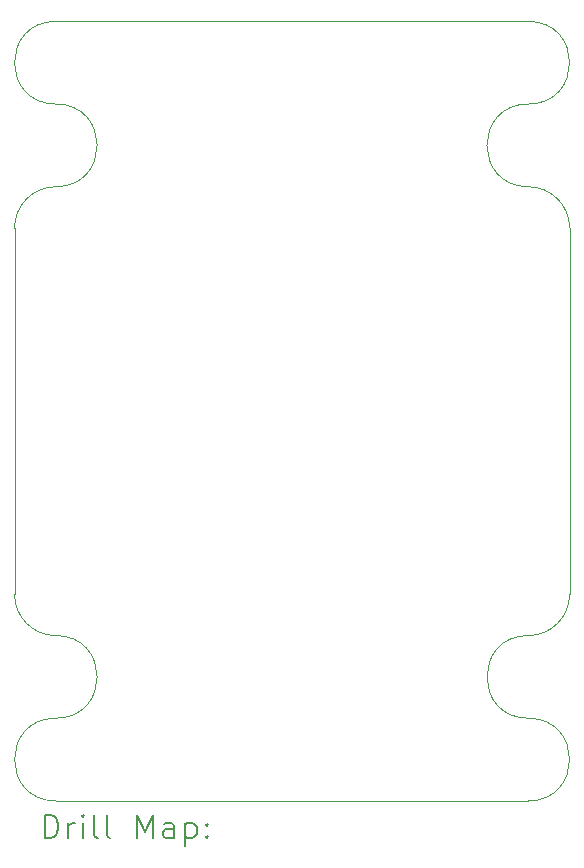
<source format=gbr>
%TF.GenerationSoftware,KiCad,Pcbnew,7.0.6*%
%TF.CreationDate,2024-05-29T18:09:39+12:00*%
%TF.ProjectId,flight_computer,666c6967-6874-45f6-936f-6d7075746572,rev?*%
%TF.SameCoordinates,Original*%
%TF.FileFunction,Drillmap*%
%TF.FilePolarity,Positive*%
%FSLAX45Y45*%
G04 Gerber Fmt 4.5, Leading zero omitted, Abs format (unit mm)*
G04 Created by KiCad (PCBNEW 7.0.6) date 2024-05-29 18:09:39*
%MOMM*%
%LPD*%
G01*
G04 APERTURE LIST*
%ADD10C,0.100000*%
%ADD11C,0.200000*%
G04 APERTURE END LIST*
D10*
X16965000Y-11646250D02*
X16965000Y-8546250D01*
X12615000Y-13396250D02*
X16615000Y-13396250D01*
X16965000Y-8546250D02*
G75*
G03*
X16615000Y-8196250I-350000J0D01*
G01*
X12615000Y-6796250D02*
G75*
G03*
X12615000Y-7496250I0J-350000D01*
G01*
X16615000Y-13396250D02*
G75*
G03*
X16615000Y-12696250I0J350000D01*
G01*
X12265000Y-11646250D02*
G75*
G03*
X12615000Y-11996250I350000J0D01*
G01*
X16615000Y-7496250D02*
G75*
G03*
X16615000Y-6796250I0J350000D01*
G01*
X12615000Y-12696250D02*
G75*
G03*
X12615000Y-13396250I0J-350000D01*
G01*
X12265000Y-8546250D02*
X12265000Y-11646250D01*
X16615000Y-11996250D02*
G75*
G03*
X16615000Y-12696250I0J-350000D01*
G01*
X12615000Y-8196250D02*
G75*
G03*
X12265000Y-8546250I0J-350000D01*
G01*
X16615000Y-7496250D02*
G75*
G03*
X16615000Y-8196250I0J-350000D01*
G01*
X12615000Y-12696250D02*
G75*
G03*
X12615000Y-11996250I0J350000D01*
G01*
X12615000Y-6796250D02*
X16615000Y-6796250D01*
X16615000Y-11996250D02*
G75*
G03*
X16965000Y-11646250I0J350000D01*
G01*
X12615000Y-8196250D02*
G75*
G03*
X12615000Y-7496250I0J350000D01*
G01*
D11*
X12520777Y-13712734D02*
X12520777Y-13512734D01*
X12520777Y-13512734D02*
X12568396Y-13512734D01*
X12568396Y-13512734D02*
X12596967Y-13522258D01*
X12596967Y-13522258D02*
X12616015Y-13541305D01*
X12616015Y-13541305D02*
X12625539Y-13560353D01*
X12625539Y-13560353D02*
X12635062Y-13598448D01*
X12635062Y-13598448D02*
X12635062Y-13627019D01*
X12635062Y-13627019D02*
X12625539Y-13665115D01*
X12625539Y-13665115D02*
X12616015Y-13684162D01*
X12616015Y-13684162D02*
X12596967Y-13703210D01*
X12596967Y-13703210D02*
X12568396Y-13712734D01*
X12568396Y-13712734D02*
X12520777Y-13712734D01*
X12720777Y-13712734D02*
X12720777Y-13579400D01*
X12720777Y-13617496D02*
X12730301Y-13598448D01*
X12730301Y-13598448D02*
X12739824Y-13588924D01*
X12739824Y-13588924D02*
X12758872Y-13579400D01*
X12758872Y-13579400D02*
X12777920Y-13579400D01*
X12844586Y-13712734D02*
X12844586Y-13579400D01*
X12844586Y-13512734D02*
X12835062Y-13522258D01*
X12835062Y-13522258D02*
X12844586Y-13531781D01*
X12844586Y-13531781D02*
X12854110Y-13522258D01*
X12854110Y-13522258D02*
X12844586Y-13512734D01*
X12844586Y-13512734D02*
X12844586Y-13531781D01*
X12968396Y-13712734D02*
X12949348Y-13703210D01*
X12949348Y-13703210D02*
X12939824Y-13684162D01*
X12939824Y-13684162D02*
X12939824Y-13512734D01*
X13073158Y-13712734D02*
X13054110Y-13703210D01*
X13054110Y-13703210D02*
X13044586Y-13684162D01*
X13044586Y-13684162D02*
X13044586Y-13512734D01*
X13301729Y-13712734D02*
X13301729Y-13512734D01*
X13301729Y-13512734D02*
X13368396Y-13655591D01*
X13368396Y-13655591D02*
X13435062Y-13512734D01*
X13435062Y-13512734D02*
X13435062Y-13712734D01*
X13616015Y-13712734D02*
X13616015Y-13607972D01*
X13616015Y-13607972D02*
X13606491Y-13588924D01*
X13606491Y-13588924D02*
X13587443Y-13579400D01*
X13587443Y-13579400D02*
X13549348Y-13579400D01*
X13549348Y-13579400D02*
X13530301Y-13588924D01*
X13616015Y-13703210D02*
X13596967Y-13712734D01*
X13596967Y-13712734D02*
X13549348Y-13712734D01*
X13549348Y-13712734D02*
X13530301Y-13703210D01*
X13530301Y-13703210D02*
X13520777Y-13684162D01*
X13520777Y-13684162D02*
X13520777Y-13665115D01*
X13520777Y-13665115D02*
X13530301Y-13646067D01*
X13530301Y-13646067D02*
X13549348Y-13636543D01*
X13549348Y-13636543D02*
X13596967Y-13636543D01*
X13596967Y-13636543D02*
X13616015Y-13627019D01*
X13711253Y-13579400D02*
X13711253Y-13779400D01*
X13711253Y-13588924D02*
X13730301Y-13579400D01*
X13730301Y-13579400D02*
X13768396Y-13579400D01*
X13768396Y-13579400D02*
X13787443Y-13588924D01*
X13787443Y-13588924D02*
X13796967Y-13598448D01*
X13796967Y-13598448D02*
X13806491Y-13617496D01*
X13806491Y-13617496D02*
X13806491Y-13674638D01*
X13806491Y-13674638D02*
X13796967Y-13693686D01*
X13796967Y-13693686D02*
X13787443Y-13703210D01*
X13787443Y-13703210D02*
X13768396Y-13712734D01*
X13768396Y-13712734D02*
X13730301Y-13712734D01*
X13730301Y-13712734D02*
X13711253Y-13703210D01*
X13892205Y-13693686D02*
X13901729Y-13703210D01*
X13901729Y-13703210D02*
X13892205Y-13712734D01*
X13892205Y-13712734D02*
X13882682Y-13703210D01*
X13882682Y-13703210D02*
X13892205Y-13693686D01*
X13892205Y-13693686D02*
X13892205Y-13712734D01*
X13892205Y-13588924D02*
X13901729Y-13598448D01*
X13901729Y-13598448D02*
X13892205Y-13607972D01*
X13892205Y-13607972D02*
X13882682Y-13598448D01*
X13882682Y-13598448D02*
X13892205Y-13588924D01*
X13892205Y-13588924D02*
X13892205Y-13607972D01*
M02*

</source>
